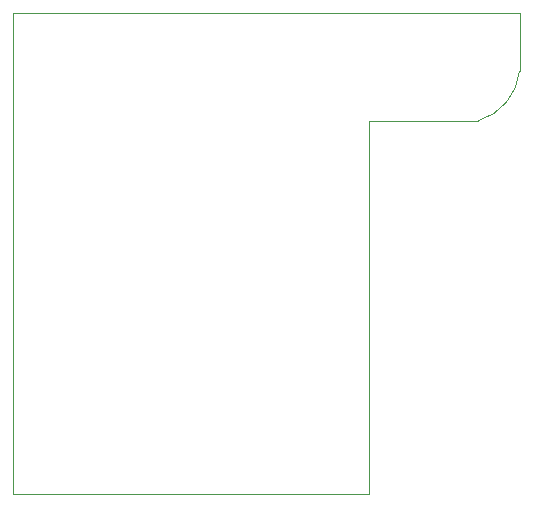
<source format=gbr>
G04 #@! TF.GenerationSoftware,KiCad,Pcbnew,(5.1.5-0-10_14)*
G04 #@! TF.CreationDate,2021-03-15T05:51:44+10:00*
G04 #@! TF.ProjectId,OH - Left Console - 14 - Auxiliary Power Unit Panel,4f48202d-204c-4656-9674-20436f6e736f,rev?*
G04 #@! TF.SameCoordinates,Original*
G04 #@! TF.FileFunction,Profile,NP*
%FSLAX46Y46*%
G04 Gerber Fmt 4.6, Leading zero omitted, Abs format (unit mm)*
G04 Created by KiCad (PCBNEW (5.1.5-0-10_14)) date 2021-03-15 05:51:44*
%MOMM*%
%LPD*%
G04 APERTURE LIST*
%ADD10C,0.120000*%
G04 APERTURE END LIST*
D10*
X181025796Y-49013059D02*
G75*
G02X177545999Y-53212999I-4876796J499059D01*
G01*
X181025682Y-49014173D02*
X181102000Y-44069000D01*
X168275000Y-53213000D02*
X177546000Y-53213000D01*
X168275000Y-84836000D02*
X168275000Y-53213000D01*
X138176000Y-84836000D02*
X168275000Y-84836000D01*
X138176000Y-44069000D02*
X138176000Y-84836000D01*
X181102000Y-44069000D02*
X138176000Y-44069000D01*
M02*

</source>
